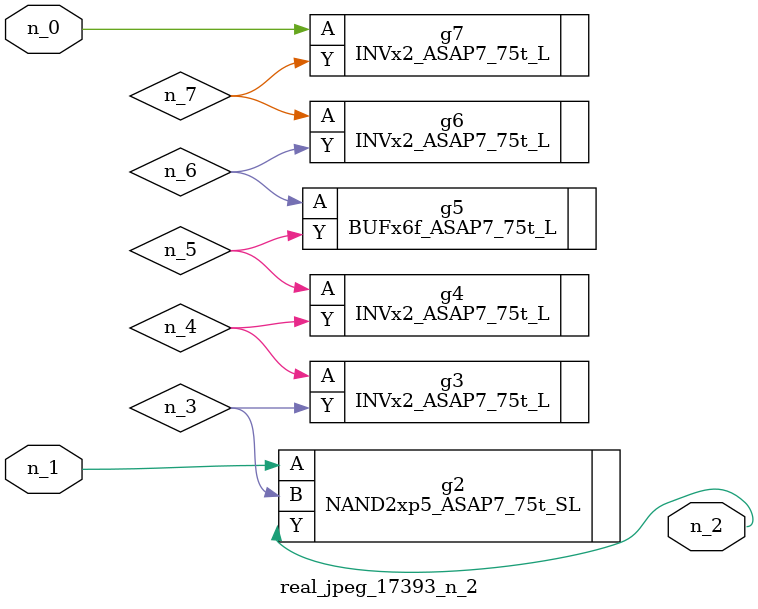
<source format=v>
module real_jpeg_17393_n_2 (n_1, n_0, n_2);

input n_1;
input n_0;

output n_2;

wire n_5;
wire n_4;
wire n_6;
wire n_7;
wire n_3;

INVx2_ASAP7_75t_L g7 ( 
.A(n_0),
.Y(n_7)
);

NAND2xp5_ASAP7_75t_SL g2 ( 
.A(n_1),
.B(n_3),
.Y(n_2)
);

INVx2_ASAP7_75t_L g3 ( 
.A(n_4),
.Y(n_3)
);

INVx2_ASAP7_75t_L g4 ( 
.A(n_5),
.Y(n_4)
);

BUFx6f_ASAP7_75t_L g5 ( 
.A(n_6),
.Y(n_5)
);

INVx2_ASAP7_75t_L g6 ( 
.A(n_7),
.Y(n_6)
);


endmodule
</source>
